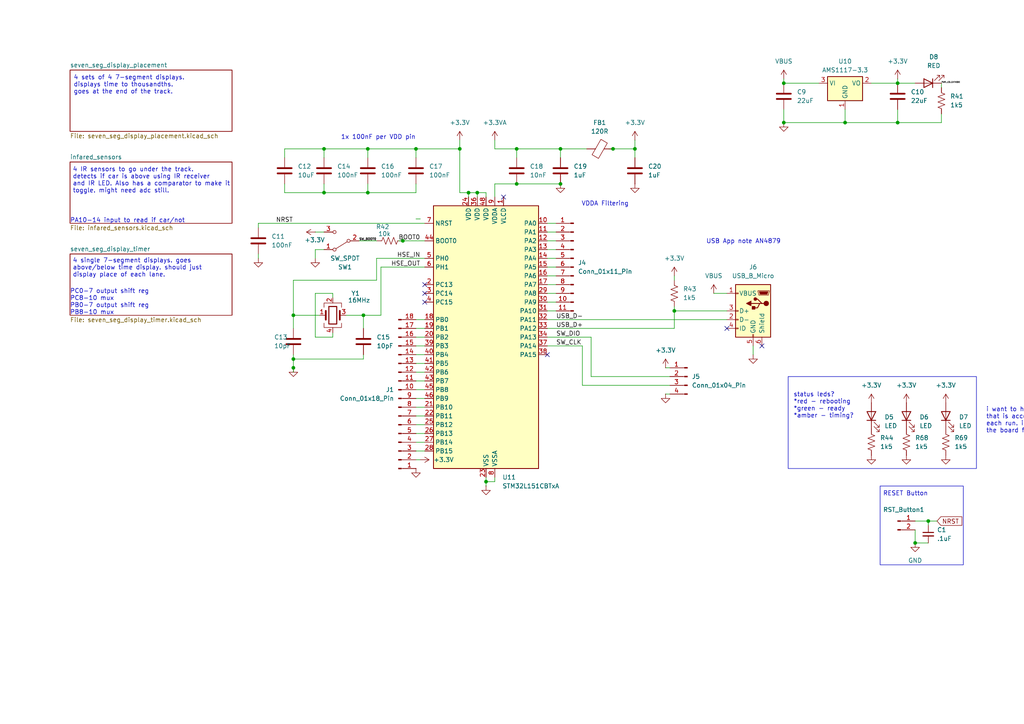
<source format=kicad_sch>
(kicad_sch (version 20231120) (generator "eeschema") (generator_version "8.0")
  (paper "A4")
  (lib_symbols
    (symbol "Connector:Conn_01x02_Pin" (pin_names (offset 1.016) hide)
      (property "Reference" "J" (at 0 2.54 0))
      (property "Value" "Conn_01x02_Pin" (at 0 -5.08 0))
      (symbol "Conn_01x02_Pin_1_1"
        (pin passive line (at 5.08 0 180) (length 3.81) (name "Pin_1") (number "1"))
        (pin passive line (at 5.08 -2.54 180) (length 3.81) (name "Pin_2") (number "2"))
      )
    )
    (symbol "Connector:Conn_01x04_Pin" (pin_names (offset 1.016) hide)
      (property "Reference" "J" (at 0 5.08 0))
      (property "Value" "Conn_01x04_Pin" (at 0 -7.62 0))
      (symbol "Conn_01x04_Pin_1_1"
        (pin passive line (at 5.08 2.54 180) (length 3.81) (name "Pin_1") (number "1"))
        (pin passive line (at 5.08 0 180) (length 3.81) (name "Pin_2") (number "2"))
        (pin passive line (at 5.08 -2.54 180) (length 3.81) (name "Pin_3") (number "3"))
        (pin passive line (at 5.08 -5.08 180) (length 3.81) (name "Pin_4") (number "4"))
      )
    )
    (symbol "Connector:Conn_01x11_Pin" (pin_names (offset 1.016) hide)
      (property "Reference" "J" (at 0 15.24 0))
      (property "Value" "Conn_01x11_Pin" (at 0 -15.24 0))
      (symbol "Conn_01x11_Pin_1_1"
        (pin passive line (at 5.08 12.7 180) (length 3.81) (name "Pin_1") (number "1"))
        (pin passive line (at 5.08 -10.16 180) (length 3.81) (name "Pin_10") (number "10"))
        (pin passive line (at 5.08 -12.7 180) (length 3.81) (name "Pin_11") (number "11"))
        (pin passive line (at 5.08 10.16 180) (length 3.81) (name "Pin_2") (number "2"))
        (pin passive line (at 5.08 7.62 180) (length 3.81) (name "Pin_3") (number "3"))
        (pin passive line (at 5.08 5.08 180) (length 3.81) (name "Pin_4") (number "4"))
        (pin passive line (at 5.08 2.54 180) (length 3.81) (name "Pin_5") (number "5"))
        (pin passive line (at 5.08 0 180) (length 3.81) (name "Pin_6") (number "6"))
        (pin passive line (at 5.08 -2.54 180) (length 3.81) (name "Pin_7") (number "7"))
        (pin passive line (at 5.08 -5.08 180) (length 3.81) (name "Pin_8") (number "8"))
        (pin passive line (at 5.08 -7.62 180) (length 3.81) (name "Pin_9") (number "9"))
      )
    )
    (symbol "Connector:Conn_01x18_Pin" (pin_names (offset 1.016) hide)
      (property "Reference" "J" (at 0 22.86 0))
      (property "Value" "Conn_01x18_Pin" (at 0 -25.4 0))
      (symbol "Conn_01x18_Pin_1_1"
        (pin passive line (at 5.08 20.32 180) (length 3.81) (name "Pin_1") (number "1"))
        (pin passive line (at 5.08 -2.54 180) (length 3.81) (name "Pin_10") (number "10"))
        (pin passive line (at 5.08 -5.08 180) (length 3.81) (name "Pin_11") (number "11"))
        (pin passive line (at 5.08 -7.62 180) (length 3.81) (name "Pin_12") (number "12"))
        (pin passive line (at 5.08 -10.16 180) (length 3.81) (name "Pin_13") (number "13"))
        (pin passive line (at 5.08 -12.7 180) (length 3.81) (name "Pin_14") (number "14"))
        (pin passive line (at 5.08 -15.24 180) (length 3.81) (name "Pin_15") (number "15"))
        (pin passive line (at 5.08 -17.78 180) (length 3.81) (name "Pin_16") (number "16"))
        (pin passive line (at 5.08 -20.32 180) (length 3.81) (name "Pin_17") (number "17"))
        (pin passive line (at 5.08 -22.86 180) (length 3.81) (name "Pin_18") (number "18"))
        (pin passive line (at 5.08 17.78 180) (length 3.81) (name "Pin_2") (number "2"))
        (pin passive line (at 5.08 15.24 180) (length 3.81) (name "Pin_3") (number "3"))
        (pin passive line (at 5.08 12.7 180) (length 3.81) (name "Pin_4") (number "4"))
        (pin passive line (at 5.08 10.16 180) (length 3.81) (name "Pin_5") (number "5"))
        (pin passive line (at 5.08 7.62 180) (length 3.81) (name "Pin_6") (number "6"))
        (pin passive line (at 5.08 5.08 180) (length 3.81) (name "Pin_7") (number "7"))
        (pin passive line (at 5.08 2.54 180) (length 3.81) (name "Pin_8") (number "8"))
        (pin passive line (at 5.08 0 180) (length 3.81) (name "Pin_9") (number "9"))
      )
    )
    (symbol "Connector:USB_B_Micro" (pin_names (offset 1.016))
      (property "Reference" "J" (at -5.08 11.43 0))
      (property "Value" "USB_B_Micro" (at -5.08 8.89 0))
      (symbol "USB_B_Micro_1_1"
        (pin power_out line (at 7.62 5.08 180) (length 2.54) (name "VBUS") (number "1"))
        (pin bidirectional line (at 7.62 -2.54 180) (length 2.54) (name "D-") (number "2"))
        (pin bidirectional line (at 7.62 0 180) (length 2.54) (name "D+") (number "3"))
        (pin passive line (at 7.62 -5.08 180) (length 2.54) (name "ID") (number "4"))
        (pin power_out line (at 0 -10.16 90) (length 2.54) (name "GND") (number "5"))
        (pin passive line (at -2.54 -10.16 90) (length 2.54) (name "Shield") (number "6"))
      )
    )
    (symbol "Device:C" (pin_numbers hide) (pin_names (offset 0.254))
      (property "Reference" "C" (at 0.635 2.54 0))
      (property "Value" "C" (at 0.635 -2.54 0))
      (symbol "C_1_1"
        (pin passive line (at 0 3.81 270) (length 2.794) (name "~") (number "1"))
        (pin passive line (at 0 -3.81 90) (length 2.794) (name "~") (number "2"))
      )
    )
    (symbol "Device:C_Small" (pin_numbers hide) (pin_names (offset 0.254) hide)
      (property "Reference" "C" (at 0.254 1.778 0))
      (property "Value" "C_Small" (at 0.254 -2.032 0))
      (symbol "C_Small_1_1"
        (pin passive line (at 0 2.54 270) (length 2.032) (name "~") (number "1"))
        (pin passive line (at 0 -2.54 90) (length 2.032) (name "~") (number "2"))
      )
    )
    (symbol "Device:Crystal_GND24" (pin_names (offset 1.016) hide)
      (property "Reference" "Y" (at 3.175 5.08 0))
      (property "Value" "Crystal_GND24" (at 3.175 3.175 0))
      (symbol "Crystal_GND24_1_1"
        (pin passive line (at -3.81 0 0) (length 1.27) (name "1") (number "1"))
        (pin passive line (at 0 5.08 270) (length 1.27) (name "2") (number "2"))
        (pin passive line (at 3.81 0 180) (length 1.27) (name "3") (number "3"))
        (pin passive line (at 0 -5.08 90) (length 1.27) (name "4") (number "4"))
      )
    )
    (symbol "Device:FerriteBead" (pin_numbers hide) (pin_names (offset 0))
      (property "Reference" "FB" (at -3.81 0.635 90))
      (property "Value" "FerriteBead" (at 3.81 0 90))
      (symbol "FerriteBead_1_1"
        (pin passive line (at 0 3.81 270) (length 2.54) (name "~") (number "1"))
        (pin passive line (at 0 -3.81 90) (length 2.54) (name "~") (number "2"))
      )
    )
    (symbol "Device:LED" (pin_numbers hide) (pin_names (offset 1.016) hide)
      (property "Reference" "D" (at 0 2.54 0))
      (property "Value" "LED" (at 0 -2.54 0))
      (symbol "LED_1_1"
        (pin passive line (at -3.81 0 0) (length 2.54) (name "K") (number "1"))
        (pin passive line (at 3.81 0 180) (length 2.54) (name "A") (number "2"))
      )
    )
    (symbol "Device:R_US" (pin_numbers hide) (pin_names (offset 0))
      (property "Reference" "R" (at 2.54 0 90))
      (property "Value" "R_US" (at -2.54 0 90))
      (symbol "R_US_1_1"
        (pin passive line (at 0 3.81 270) (length 1.27) (name "~") (number "1"))
        (pin passive line (at 0 -3.81 90) (length 1.27) (name "~") (number "2"))
      )
    )
    (symbol "MCU_ST_STM32L1:STM32L151CBTxA"
      (property "Reference" "U" (at -15.24 39.37 0))
      (property "Value" "STM32L151CBTxA" (at 7.62 39.37 0))
      (symbol "STM32L151CBTxA_1_1"
        (pin power_in line (at 5.08 40.64 270) (length 2.54) (name "VLCD") (number "1"))
        (pin bidirectional line (at 17.78 33.02 180) (length 2.54) (name "PA0") (number "10"))
        (pin bidirectional line (at 17.78 30.48 180) (length 2.54) (name "PA1") (number "11"))
        (pin bidirectional line (at 17.78 27.94 180) (length 2.54) (name "PA2") (number "12"))
        (pin bidirectional line (at 17.78 25.4 180) (length 2.54) (name "PA3") (number "13"))
        (pin bidirectional line (at 17.78 22.86 180) (length 2.54) (name "PA4") (number "14"))
        (pin bidirectional line (at 17.78 20.32 180) (length 2.54) (name "PA5") (number "15"))
        (pin bidirectional line (at 17.78 17.78 180) (length 2.54) (name "PA6") (number "16"))
        (pin bidirectional line (at 17.78 15.24 180) (length 2.54) (name "PA7") (number "17"))
        (pin bidirectional line (at -17.78 5.08 0) (length 2.54) (name "PB0") (number "18"))
        (pin bidirectional line (at -17.78 2.54 0) (length 2.54) (name "PB1") (number "19"))
        (pin bidirectional line (at -17.78 15.24 0) (length 2.54) (name "PC13") (number "2"))
        (pin bidirectional line (at -17.78 0 0) (length 2.54) (name "PB2") (number "20"))
        (pin bidirectional line (at -17.78 -20.32 0) (length 2.54) (name "PB10") (number "21"))
        (pin bidirectional line (at -17.78 -22.86 0) (length 2.54) (name "PB11") (number "22"))
        (pin power_in line (at 0 -40.64 90) (length 2.54) (name "VSS") (number "23"))
        (pin power_in line (at -5.08 40.64 270) (length 2.54) (name "VDD") (number "24"))
        (pin bidirectional line (at -17.78 -25.4 0) (length 2.54) (name "PB12") (number "25"))
        (pin bidirectional line (at -17.78 -27.94 0) (length 2.54) (name "PB13") (number "26"))
        (pin bidirectional line (at -17.78 -30.48 0) (length 2.54) (name "PB14") (number "27"))
        (pin bidirectional line (at -17.78 -33.02 0) (length 2.54) (name "PB15") (number "28"))
        (pin bidirectional line (at 17.78 12.7 180) (length 2.54) (name "PA8") (number "29"))
        (pin bidirectional line (at -17.78 12.7 0) (length 2.54) (name "PC14") (number "3"))
        (pin bidirectional line (at 17.78 10.16 180) (length 2.54) (name "PA9") (number "30"))
        (pin bidirectional line (at 17.78 7.62 180) (length 2.54) (name "PA10") (number "31"))
        (pin bidirectional line (at 17.78 5.08 180) (length 2.54) (name "PA11") (number "32"))
        (pin bidirectional line (at 17.78 2.54 180) (length 2.54) (name "PA12") (number "33"))
        (pin bidirectional line (at 17.78 0 180) (length 2.54) (name "PA13") (number "34"))
        (pin passive line (at 0 -40.64 90) (length 2.54) hide (name "VSS") (number "35"))
        (pin power_in line (at -2.54 40.64 270) (length 2.54) (name "VDD") (number "36"))
        (pin bidirectional line (at 17.78 -2.54 180) (length 2.54) (name "PA14") (number "37"))
        (pin bidirectional line (at 17.78 -5.08 180) (length 2.54) (name "PA15") (number "38"))
        (pin bidirectional line (at -17.78 -2.54 0) (length 2.54) (name "PB3") (number "39"))
        (pin bidirectional line (at -17.78 10.16 0) (length 2.54) (name "PC15") (number "4"))
        (pin bidirectional line (at -17.78 -5.08 0) (length 2.54) (name "PB4") (number "40"))
        (pin bidirectional line (at -17.78 -7.62 0) (length 2.54) (name "PB5") (number "41"))
        (pin bidirectional line (at -17.78 -10.16 0) (length 2.54) (name "PB6") (number "42"))
        (pin bidirectional line (at -17.78 -12.7 0) (length 2.54) (name "PB7") (number "43"))
        (pin input line (at -17.78 27.94 0) (length 2.54) (name "BOOT0") (number "44"))
        (pin bidirectional line (at -17.78 -15.24 0) (length 2.54) (name "PB8") (number "45"))
        (pin bidirectional line (at -17.78 -17.78 0) (length 2.54) (name "PB9") (number "46"))
        (pin passive line (at 0 -40.64 90) (length 2.54) hide (name "VSS") (number "47"))
        (pin power_in line (at 0 40.64 270) (length 2.54) (name "VDD") (number "48"))
        (pin bidirectional line (at -17.78 22.86 0) (length 2.54) (name "PH0") (number "5"))
        (pin bidirectional line (at -17.78 20.32 0) (length 2.54) (name "PH1") (number "6"))
        (pin input line (at -17.78 33.02 0) (length 2.54) (name "NRST") (number "7"))
        (pin power_in line (at 2.54 -40.64 90) (length 2.54) (name "VSSA") (number "8"))
        (pin power_in line (at 2.54 40.64 270) (length 2.54) (name "VDDA") (number "9"))
      )
    )
    (symbol "Regulator_Linear:AMS1117-3.3"
      (property "Reference" "U" (at -3.81 3.175 0))
      (property "Value" "AMS1117-3.3" (at 0 3.175 0))
      (symbol "AMS1117-3.3_1_1"
        (pin power_in line (at 0 -7.62 90) (length 2.54) (name "GND") (number "1"))
        (pin power_out line (at 7.62 0 180) (length 2.54) (name "VO") (number "2"))
        (pin power_in line (at -7.62 0 0) (length 2.54) (name "VI") (number "3"))
      )
    )
    (symbol "Switch:SW_SPDT" (pin_names (offset 0) hide)
      (property "Reference" "SW1" (at 0 8.89 0))
      (property "Value" "SW_SPDT" (at 0 6.35 0))
      (symbol "SW_SPDT_1_1"
        (pin passive line (at 5.08 2.54 180) (length 2.54) (name "A") (number "1"))
        (pin passive line (at -5.08 0 0) (length 2.54) (name "B") (number "2"))
        (pin passive line (at 5.08 -2.54 180) (length 2.54) (name "C") (number "3"))
      )
    )
    (symbol "power:+3.3V" (power) (pin_numbers hide) (pin_names (offset 0) hide)
      (property "Value" "+3.3V" (at 0 3.556 0))
      (symbol "+3.3V_1_1"
        (pin power_in line (at 0 0 90) (length 0) (name "~") (number "1"))
      )
    )
    (symbol "power:+3.3VA" (power) (pin_numbers hide) (pin_names (offset 0) hide)
      (property "Value" "+3.3VA" (at 0 3.556 0))
      (symbol "+3.3VA_1_1"
        (pin power_in line (at 0 0 90) (length 0) (name "~") (number "1"))
      )
    )
    (symbol "power:GND" (power) (pin_numbers hide) (pin_names (offset 0) hide)
      (property "Value" "GND" (at 0 -3.81 0))
      (symbol "GND_1_1"
        (pin power_in line (at 0 0 270) (length 0) (name "~") (number "1"))
      )
    )
  )
  (junction (at 116.84 69.85))
  (junction (at 149.86 43.18))
  (junction (at 120.65 43.18))
  (junction (at 93.98 43.18))
  (junction (at 184.15 43.18))
  (junction (at 227.33 35.56))
  (junction (at 177.8 43.18))
  (junction (at 149.86 53.34))
  (junction (at 245.11 35.56))
  (junction (at 133.35 43.18))
  (junction (at 93.98 55.88))
  (junction (at 105.41 91.44))
  (junction (at 85.09 104.14))
  (junction (at 135.89 55.88))
  (junction (at 138.43 55.88))
  (junction (at 269.24 151.13))
  (junction (at 162.56 43.18))
  (junction (at 227.33 24.13))
  (junction (at 140.97 139.7))
  (junction (at 106.68 55.88))
  (junction (at 85.09 106.68))
  (junction (at 265.43 157.48))
  (junction (at 106.68 43.18))
  (junction (at 85.09 91.44))
  (junction (at 260.35 35.56))
  (junction (at 162.56 53.34))
  (junction (at 195.58 90.17))
  (junction (at 260.35 24.13))
  (no_connect (at 123.19 85.09))
  (no_connect (at 210.82 95.25))
  (no_connect (at 123.19 82.55))
  (no_connect (at 123.19 87.63))
  (no_connect (at 158.75 102.87))
  (no_connect (at 146.05 57.15))
  (no_connect (at 220.98 100.33))
  (wire (pts (xy 162.56 45.72) (xy 162.56 43.18)))
  (wire (pts (xy 193.04 106.68) (xy 194.31 106.68)))
  (wire (pts (xy 227.33 31.75) (xy 227.33 35.56)))
  (wire (pts (xy 120.65 110.49) (xy 123.19 110.49)))
  (wire (pts (xy 120.65 107.95) (xy 123.19 107.95)))
  (wire (pts (xy 120.65 113.03) (xy 123.19 113.03)))
  (wire (pts (xy 120.65 128.27) (xy 123.19 128.27)))
  (wire (pts (xy 106.68 55.88) (xy 93.98 55.88)))
  (wire (pts (xy 414.02 -115.57) (xy 414.02 -114.3)))
  (wire (pts (xy 74.93 64.77) (xy 74.93 66.04)))
  (wire (pts (xy 85.09 104.14) (xy 85.09 106.68)))
  (polyline (pts (xy 440.69 -44.45) (xy 449.58 -44.45)) (stroke (width 0.1778) (type dash)))
  (wire (pts (xy 436.88 -101.6) (xy 443.23 -101.6)))
  (wire (pts (xy 158.75 100.33) (xy 168.91 100.33)))
  (wire (pts (xy 149.86 53.34) (xy 162.56 53.34)))
  (wire (pts (xy 436.88 -83.82) (xy 443.23 -83.82)))
  (wire (pts (xy 140.97 139.7) (xy 143.51 139.7)))
  (wire (pts (xy 441.96 -60.96) (xy 436.88 -60.96)))
  (wire (pts (xy 227.33 22.86) (xy 227.33 24.13)))
  (wire (pts (xy 158.75 95.25) (xy 195.58 95.25)))
  (wire (pts (xy 120.65 125.73) (xy 123.19 125.73)))
  (wire (pts (xy 397.51 -73.66) (xy 401.32 -73.66)))
  (wire (pts (xy 193.04 114.3) (xy 194.31 114.3)))
  (wire (pts (xy 168.91 111.76) (xy 168.91 100.33)))
  (wire (pts (xy 85.09 102.87) (xy 85.09 104.14)))
  (wire (pts (xy 109.22 81.28) (xy 109.22 74.93)))
  (wire (pts (xy 436.88 -76.2) (xy 441.96 -76.2)))
  (wire (pts (xy 120.65 43.18) (xy 120.65 45.72)))
  (wire (pts (xy 162.56 43.18) (xy 149.86 43.18)))
  (wire (pts (xy 123.19 64.77) (xy 74.93 64.77)))
  (wire (pts (xy 120.65 43.18) (xy 133.35 43.18)))
  (wire (pts (xy 82.55 43.18) (xy 93.98 43.18)))
  (wire (pts (xy 397.51 -68.58) (xy 401.32 -68.58)))
  (wire (pts (xy 161.29 87.63) (xy 158.75 87.63)))
  (wire (pts (xy 245.11 31.75) (xy 245.11 35.56)))
  (wire (pts (xy 398.78 -55.88) (xy 401.32 -55.88)))
  (wire (pts (xy 207.01 85.09) (xy 210.82 85.09)))
  (wire (pts (xy 91.44 85.09) (xy 96.52 85.09)))
  (wire (pts (xy 171.45 109.22) (xy 171.45 97.79)))
  (wire (pts (xy 436.88 -73.66) (xy 441.96 -73.66)))
  (wire (pts (xy 436.88 -81.28) (xy 443.23 -81.28)))
  (wire (pts (xy 269.24 152.4) (xy 269.24 151.13)))
  (wire (pts (xy 441.96 -45.72) (xy 436.88 -45.72)))
  (wire (pts (xy 93.98 43.18) (xy 106.68 43.18)))
  (wire (pts (xy 120.65 102.87) (xy 123.19 102.87)))
  (wire (pts (xy 227.33 35.56) (xy 245.11 35.56)))
  (wire (pts (xy 441.96 -50.8) (xy 436.88 -50.8)))
  (wire (pts (xy 218.44 102.87) (xy 218.44 100.33)))
  (wire (pts (xy 96.52 85.09) (xy 96.52 86.36)))
  (wire (pts (xy 162.56 43.18) (xy 170.18 43.18)))
  (wire (pts (xy 138.43 55.88) (xy 138.43 57.15)))
  (wire (pts (xy 116.84 69.85) (xy 123.19 69.85)))
  (wire (pts (xy 140.97 138.43) (xy 140.97 139.7)))
  (wire (pts (xy 436.88 -78.74) (xy 441.96 -78.74)))
  (wire (pts (xy 441.96 -43.18) (xy 436.88 -43.18)))
  (wire (pts (xy 96.52 96.52) (xy 96.52 97.79)))
  (wire (pts (xy 194.31 111.76) (xy 168.91 111.76)))
  (wire (pts (xy 441.96 -40.64) (xy 436.88 -40.64)))
  (wire (pts (xy 143.51 139.7) (xy 143.51 138.43)))
  (wire (pts (xy 161.29 64.77) (xy 158.75 64.77)))
  (wire (pts (xy 149.86 43.18) (xy 143.51 43.18)))
  (wire (pts (xy 120.65 115.57) (xy 123.19 115.57)))
  (wire (pts (xy 260.35 35.56) (xy 273.05 35.56)))
  (wire (pts (xy 120.65 97.79) (xy 123.19 97.79)))
  (wire (pts (xy 436.88 -86.36) (xy 443.23 -86.36)))
  (wire (pts (xy 184.15 40.64) (xy 184.15 43.18)))
  (wire (pts (xy 265.43 157.48) (xy 265.43 153.67)))
  (wire (pts (xy 161.29 82.55) (xy 158.75 82.55)))
  (wire (pts (xy 91.44 97.79) (xy 91.44 85.09)))
  (wire (pts (xy 85.09 91.44) (xy 85.09 81.28)))
  (wire (pts (xy 269.24 157.48) (xy 265.43 157.48)))
  (wire (pts (xy 120.65 95.25) (xy 123.19 95.25)))
  (wire (pts (xy 397.51 -60.96) (xy 401.32 -60.96)))
  (wire (pts (xy 441.96 -58.42) (xy 436.88 -58.42)))
  (wire (pts (xy 106.68 43.18) (xy 106.68 45.72)))
  (wire (pts (xy 161.29 67.31) (xy 158.75 67.31)))
  (wire (pts (xy 161.29 74.93) (xy 158.75 74.93)))
  (wire (pts (xy 436.88 -93.98) (xy 443.23 -93.98)))
  (wire (pts (xy 105.41 91.44) (xy 105.41 95.25)))
  (wire (pts (xy 91.44 67.31) (xy 93.98 67.31)))
  (wire (pts (xy 135.89 55.88) (xy 135.89 57.15)))
  (wire (pts (xy 82.55 45.72) (xy 82.55 43.18)))
  (wire (pts (xy 120.65 130.81) (xy 123.19 130.81)))
  (wire (pts (xy 133.35 43.18) (xy 133.35 55.88)))
  (wire (pts (xy 85.09 106.68) (xy 85.09 107.95)))
  (wire (pts (xy 120.65 100.33) (xy 123.19 100.33)))
  (wire (pts (xy 135.89 55.88) (xy 133.35 55.88)))
  (wire (pts (xy 398.78 -91.44) (xy 401.32 -91.44)))
  (wire (pts (xy 140.97 55.88) (xy 140.97 57.15)))
  (wire (pts (xy 161.29 85.09) (xy 158.75 85.09)))
  (wire (pts (xy 161.29 90.17) (xy 158.75 90.17)))
  (wire (pts (xy 161.29 72.39) (xy 158.75 72.39)))
  (wire (pts (xy 120.65 63.5) (xy 121.92 63.5)))
  (wire (pts (xy 120.65 55.88) (xy 106.68 55.88)))
  (polyline (pts (xy 389.89 -67.31) (xy 398.78 -67.31)) (stroke (width 0.1778) (type dash)))
  (wire (pts (xy 140.97 55.88) (xy 138.43 55.88)))
  (wire (pts (xy 177.8 43.18) (xy 184.15 43.18)))
  (wire (pts (xy 184.15 43.18) (xy 184.15 45.72)))
  (wire (pts (xy 436.88 -96.52) (xy 443.23 -96.52)))
  (wire (pts (xy 106.68 43.18) (xy 120.65 43.18)))
  (wire (pts (xy 158.75 92.71) (xy 210.82 92.71)))
  (wire (pts (xy 138.43 55.88) (xy 135.89 55.88)))
  (wire (pts (xy 106.68 53.34) (xy 106.68 55.88)))
  (wire (pts (xy 120.65 105.41) (xy 123.19 105.41)))
  (wire (pts (xy 227.33 24.13) (xy 237.49 24.13)))
  (wire (pts (xy 397.51 -66.04) (xy 401.32 -66.04)))
  (wire (pts (xy 82.55 55.88) (xy 93.98 55.88)))
  (wire (pts (xy 120.65 53.34) (xy 120.65 55.88)))
  (wire (pts (xy 260.35 22.86) (xy 260.35 24.13)))
  (wire (pts (xy 105.41 102.87) (xy 105.41 104.14)))
  (wire (pts (xy 161.29 80.01) (xy 158.75 80.01)))
  (wire (pts (xy 195.58 80.01) (xy 195.58 81.28)))
  (wire (pts (xy 110.49 77.47) (xy 123.19 77.47)))
  (wire (pts (xy 397.51 -76.2) (xy 401.32 -76.2)))
  (wire (pts (xy 273.05 25.4) (xy 273.05 24.13)))
  (wire (pts (xy 273.05 33.02) (xy 273.05 35.56)))
  (wire (pts (xy 120.65 118.11) (xy 123.19 118.11)))
  (wire (pts (xy 397.51 -83.82) (xy 401.32 -83.82)))
  (wire (pts (xy 436.88 -104.14) (xy 443.23 -104.14)))
  (wire (pts (xy 252.73 24.13) (xy 260.35 24.13)))
  (wire (pts (xy 210.82 90.17) (xy 195.58 90.17)))
  (wire (pts (xy 133.35 40.64) (xy 133.35 43.18)))
  (wire (pts (xy 85.09 91.44) (xy 92.71 91.44)))
  (wire (pts (xy 436.88 -106.68) (xy 443.23 -106.68)))
  (wire (pts (xy 91.44 74.93) (xy 91.44 72.39)))
  (wire (pts (xy 161.29 69.85) (xy 158.75 69.85)))
  (wire (pts (xy 176.53 43.18) (xy 177.8 43.18)))
  (wire (pts (xy 161.29 77.47) (xy 158.75 77.47)))
  (wire (pts (xy 120.65 123.19) (xy 123.19 123.19)))
  (wire (pts (xy 91.44 72.39) (xy 93.98 72.39)))
  (wire (pts (xy 120.65 92.71) (xy 123.19 92.71)))
  (wire (pts (xy 194.31 109.22) (xy 171.45 109.22)))
  (wire (pts (xy 441.96 -53.34) (xy 436.88 -53.34)))
  (wire (pts (xy 82.55 55.88) (xy 82.55 53.34)))
  (wire (pts (xy 93.98 53.34) (xy 93.98 55.88)))
  (wire (pts (xy 441.96 -63.5) (xy 436.88 -63.5)))
  (wire (pts (xy 245.11 35.56) (xy 260.35 35.56)))
  (wire (pts (xy 85.09 81.28) (xy 109.22 81.28)))
  (wire (pts (xy 158.75 97.79) (xy 171.45 97.79)))
  (wire (pts (xy 109.22 74.93) (xy 123.19 74.93)))
  (wire (pts (xy 397.51 -71.12) (xy 401.32 -71.12)))
  (wire (pts (xy 115.57 69.85) (xy 116.84 69.85)))
  (wire (pts (xy 104.14 69.85) (xy 109.22 69.85)))
  (wire (pts (xy 441.96 -48.26) (xy 436.88 -48.26)))
  (wire (pts (xy 195.58 88.9) (xy 195.58 90.17)))
  (wire (pts (xy 85.09 95.25) (xy 85.09 91.44)))
  (wire (pts (xy 397.51 -78.74) (xy 401.32 -78.74)))
  (wire (pts (xy 120.65 120.65) (xy 123.19 120.65)))
  (wire (pts (xy 143.51 43.18) (xy 143.51 40.64)))
  (wire (pts (xy 120.65 133.35) (xy 121.92 133.35)))
  (wire (pts (xy 441.96 -55.88) (xy 436.88 -55.88)))
  (wire (pts (xy 441.96 -38.1) (xy 436.88 -38.1)))
  (wire (pts (xy 436.88 -71.12) (xy 441.96 -71.12)))
  (wire (pts (xy 105.41 104.14) (xy 85.09 104.14)))
  (wire (pts (xy 397.51 -81.28) (xy 401.32 -81.28)))
  (wire (pts (xy 143.51 57.15) (xy 143.51 53.34)))
  (wire (pts (xy 269.24 151.13) (xy 265.43 151.13)))
  (wire (pts (xy 140.97 139.7) (xy 140.97 140.97)))
  (wire (pts (xy 143.51 53.34) (xy 149.86 53.34)))
  (wire (pts (xy 397.51 -63.5) (xy 401.32 -63.5)))
  (wire (pts (xy 110.49 77.47) (xy 110.49 91.44)))
  (wire (pts (xy 149.86 43.18) (xy 149.86 45.72)))
  (wire (pts (xy 74.93 74.93) (xy 74.93 73.66)))
  (wire (pts (xy 105.41 91.44) (xy 110.49 91.44)))
  (wire (pts (xy 100.33 91.44) (xy 105.41 91.44)))
  (wire (pts (xy 96.52 97.79) (xy 91.44 97.79)))
  (wire (pts (xy 195.58 90.17) (xy 195.58 95.25)))
  (wire (pts (xy 436.88 -88.9) (xy 443.23 -88.9)))
  (wire (pts (xy 436.88 -91.44) (xy 443.23 -91.44)))
  (wire (pts (xy 269.24 151.13) (xy 271.78 151.13)))
  (wire (pts (xy 397.51 -86.36) (xy 401.32 -86.36)))
  (wire (pts (xy 260.35 24.13) (xy 265.43 24.13)))
  (wire (pts (xy 93.98 43.18) (xy 93.98 45.72)))
  (wire (pts (xy 436.88 -99.06) (xy 443.23 -99.06)))
  (wire (pts (xy 260.35 35.56) (xy 260.35 31.75)))
  (rectangle (start 228.6 109.22) (end 283.21 135.89))
  (rectangle (start 389.89 -87.63) (end 398.78 -59.69) (stroke (width 0.254) (type dash)))
  (rectangle (start 440.69 -64.77) (end 449.58 -36.83) (stroke (width 0.254) (type dash)))
  (rectangle (start 440.69 -80.01) (end 452.12 -69.85) (stroke (width 0.254)))
  (rectangle (start 255.27 140.97) (end 279.4 163.83))
  (rectangle (start 440.69 -107.95) (end 452.12 -80.01) (stroke (width 0.254)))
  (text "4 single 7-segment displays. goes \nabove/below time display. should just \ndisplay place of each lane." (at 21.082 77.724 0) (effects (font (size 1.27 1.27)) (justify left)))
  (text "SHIFT REG" (at 451.358 -53.594 90) (effects (font (size 1.27 1.27))))
  (text "TIME DISPLAY LANES 1-2" (at 454.406 -51.308 90) (effects (font (size 1.27 1.27))))
  (text "(OUTPUT)\n" (at 455.93 -93.98 90) (effects (font (size 1.27 1.27))))
  (text "4 sets of 4 7-segment displays. \ndisplays time to thousandths. \ngoes at the end of the track." (at 21.336 24.638 0) (effects (font (size 1.27 1.27)) (justify left)))
  (text "4 IR sensors to go under the track. \ndetects if car is above using IR receiver \nand IR LED. Also has a comparator to make it \ntoggle. might need adc still." (at 21.082 52.324 0) (effects (font (size 1.27 1.27)) (justify left)))
  (text "(INPUT)\n" (at 455.168 -75.184 90) (effects (font (size 1.27 1.27))))
  (text "PC0-7 output shift reg\nPC8-10 mux\nPB0-7 output shift reg\nPB8-10 mux\n" (at 20.32 91.44 0) (effects (font (size 1.27 1.27)) (justify left bottom)))
  (text "1x 100nF per VDD pin" (at 109.728 39.878 0) (effects (font (size 1.27 1.27))))
  (text "MUX" (at 451.358 -40.386 90) (effects (font (size 1.27 1.27))))
  (text "TIME DISPLAY LANES 3-4" (at 385.572 -73.66 90) (effects (font (size 1.27 1.27))))
  (text "LANE PLACEMENT" (at 453.39 -93.726 90) (effects (font (size 1.27 1.27))))
  (text "USB App note AN4879\n" (at 215.646 70.104 0) (effects (font (size 1.27 1.27))))
  (text "VDDA Filtering" (at 175.514 59.182 0) (effects (font (size 1.27 1.27))))
  (text "SENSORS" (at 453.39 -70.358 90) (effects (font (size 1.27 1.27)) (justify left)))
  (text "status leds?\n*red - rebooting\n*green - ready\n*amber - timing?" (at 230.124 113.792 0) (effects (font (size 1.27 1.27)) (justify left top)))
  (text "i want to have a large reset button\nthat is accessible to reset the track\neach run. i also want to have one on\nthe board for funzies" (at 286.004 118.11 0) (effects (font (size 1.27 1.27)) (justify left top)))
  (text "(OUTPUT)\n" (at 456.946 -51.054 90) (effects (font (size 1.27 1.27))))
  (text "PA10-14 input to read if car/not" (at 20.32 64.77 0) (effects (font (size 1.27 1.27)) (justify left bottom)))
  (text "MUX" (at 388.112 -63.5 90) (effects (font (size 1.27 1.27))))
  (text "RESET Button" (at 262.636 143.256 0) (effects (font (size 1.27 1.27))))
  (text "(OUTPUT)\n" (at 383.286 -73.406 90) (effects (font (size 1.27 1.27))))
  (text "SHIFT REG" (at 388.366 -76.2 90) (effects (font (size 1.27 1.27))))
  (label "SW_DIO" (at 161.29 97.79 0))
  (label "NRST" (at 80.01 64.77 0))
  (label "SW_CLK" (at 161.29 100.33 0))
  (label "USB_D-" (at 161.29 92.71 0))
  (label "PWR_LED_CATHODE" (at 273.05 24.13 0) (effects (font (size 0.381 0.381))))
  (label "BOOT0" (at 115.57 69.85 0))
  (label "SW_BOOT0" (at 104.14 69.85 0) (effects (font (size 0.635 0.635))))
  (label "HSE_IN" (at 121.92 74.93 180))
  (label "HSE_OUT" (at 121.92 77.47 180))
  (label "USB_D+" (at 161.29 95.25 0))
  (global_label "VDDA" (shape input) (at 424.18 -114.3 90) (property "Intersheetrefs" "${INTERSHEET_REFS}" (effects (hide yes))))
  (global_label "PA2" (shape input) (at 443.23 -101.6 0) (property "Intersheetrefs" "${INTERSHEET_REFS}" (effects (hide yes))))
  (global_label "PA4" (shape input) (at 443.23 -96.52 0) (property "Intersheetrefs" "${INTERSHEET_REFS}" (effects (hide yes))))
  (global_label "NRST" (shape input) (at 271.78 151.13 0) (property "Intersheetrefs" "${INTERSHEET_REFS}" (effects (hide yes))))
  (global_label "PB5" (shape input) (at 441.96 -50.8 0) (property "Intersheetrefs" "${INTERSHEET_REFS}" (effects (hide yes))))
  (global_label "PA3" (shape input) (at 443.23 -99.06 0) (property "Intersheetrefs" "${INTERSHEET_REFS}" (effects (hide yes))))
  (global_label "PC12 PROGRAMMER" (shape input) (at 398.78 -55.88 180) (property "Intersheetrefs" "${INTERSHEET_REFS}" (effects (hide yes))))
  (global_label "PA7" (shape input) (at 443.23 -88.9 0) (property "Intersheetrefs" "${INTERSHEET_REFS}" (effects (hide yes))))
  (global_label "PC5" (shape input) (at 397.51 -73.66 180) (property "Intersheetrefs" "${INTERSHEET_REFS}" (effects (hide yes))))
  (global_label "PB6" (shape input) (at 441.96 -48.26 0) (property "Intersheetrefs" "${INTERSHEET_REFS}" (effects (hide yes))))
  (global_label "V_OUT2" (shape input) (at 441.96 -76.2 0) (property "Intersheetrefs" "${INTERSHEET_REFS}" (effects (hide yes))))
  (global_label "VSS" (shape input) (at 419.1 -17.78 270) (property "Intersheetrefs" "${INTERSHEET_REFS}" (effects (hide yes))))
  (global_label "PB7" (shape input) (at 441.96 -45.72 0) (property "Intersheetrefs" "${INTERSHEET_REFS}" (effects (hide yes))))
  (global_label "PB2" (shape input) (at 441.96 -58.42 0) (property "Intersheetrefs" "${INTERSHEET_REFS}" (effects (hide yes))))
  (global_label "PC2" (shape input) (at 397.51 -81.28 180) (property "Intersheetrefs" "${INTERSHEET_REFS}" (effects (hide yes))))
  (global_label "PC1" (shape input) (at 397.51 -83.82 180) (property "Intersheetrefs" "${INTERSHEET_REFS}" (effects (hide yes))))
  (global_label "PC9" (shape input) (at 441.96 -40.64 0) (property "Intersheetrefs" "${INTERSHEET_REFS}" (effects (hide yes))))
  (global_label "PB8" (shape input) (at 397.51 -66.04 180) (property "Intersheetrefs" "${INTERSHEET_REFS}" (effects (hide yes))))
  (global_label "PC3" (shape input) (at 397.51 -78.74 180) (property "Intersheetrefs" "${INTERSHEET_REFS}" (effects (hide yes))))
  (global_label "VDD" (shape input) (at 416.56 -114.3 90) (property "Intersheetrefs" "${INTERSHEET_REFS}" (effects (hide yes))))
  (global_label "VSSA" (shape input) (at 421.64 -17.78 270) (property "Intersheetrefs" "${INTERSHEET_REFS}" (effects (hide yes))))
  (global_label "PA6" (shape input) (at 443.23 -91.44 0) (property "Intersheetrefs" "${INTERSHEET_REFS}" (effects (hide yes))))
  (global_label "PC6" (shape input) (at 397.51 -71.12 180) (property "Intersheetrefs" "${INTERSHEET_REFS}" (effects (hide yes))))
  (global_label "PA0" (shape input) (at 443.23 -106.68 0) (property "Intersheetrefs" "${INTERSHEET_REFS}" (effects (hide yes))))
  (global_label "V_OUT1" (shape input) (at 441.96 -78.74 0) (property "Intersheetrefs" "${INTERSHEET_REFS}" (effects (hide yes))))
  (global_label "PB0" (shape input) (at 441.96 -63.5 0) (property "Intersheetrefs" "${INTERSHEET_REFS}" (effects (hide yes))))
  (global_label "PA1" (shape input) (at 443.23 -104.14 0) (property "Intersheetrefs" "${INTERSHEET_REFS}" (effects (hide yes))))
  (global_label "VDD" (shape input) (at 421.64 -114.3 90) (property "Intersheetrefs" "${INTERSHEET_REFS}" (effects (hide yes))))
  (global_label "PB4" (shape input) (at 441.96 -53.34 0) (property "Intersheetrefs" "${INTERSHEET_REFS}" (effects (hide yes))))
  (global_label "PA10" (shape input) (at 443.23 -81.28 0) (property "Intersheetrefs" "${INTERSHEET_REFS}" (effects (hide yes))))
  (global_label "PC0" (shape input) (at 397.51 -86.36 180) (property "Intersheetrefs" "${INTERSHEET_REFS}" (effects (hide yes))))
  (global_label "NRST" (shape input) (at 401.32 -106.68 180) (property "Intersheetrefs" "${INTERSHEET_REFS}" (effects (hide yes))))
  (global_label "VDD" (shape input) (at 419.1 -114.3 90) (property "Intersheetrefs" "${INTERSHEET_REFS}" (effects (hide yes))))
  (global_label "PC4" (shape input) (at 397.51 -76.2 180) (property "Intersheetrefs" "${INTERSHEET_REFS}" (effects (hide yes))))
  (global_label "PB3" (shape input) (at 441.96 -55.88 0) (property "Intersheetrefs" "${INTERSHEET_REFS}" (effects (hide yes))))
  (global_label "V_OUT3" (shape input) (at 441.96 -73.66 0) (property "Intersheetrefs" "${INTERSHEET_REFS}" (effects (hide yes))))
  (global_label "PC7" (shape input) (at 397.51 -68.58 180) (property "Intersheetrefs" "${INTERSHEET_REFS}" (effects (hide yes))))
  (global_label "PC8" (shape input) (at 441.96 -43.18 0) (property "Intersheetrefs" "${INTERSHEET_REFS}" (effects (hide yes))))
  (global_label "PA5" (shape input) (at 443.23 -93.98 0) (property "Intersheetrefs" "${INTERSHEET_REFS}" (effects (hide yes))))
  (global_label "PB9" (shape input) (at 397.51 -63.5 180) (property "Intersheetrefs" "${INTERSHEET_REFS}" (effects (hide yes))))
  (global_label "PB10" (shape input) (at 397.51 -60.96 180) (property "Intersheetrefs" "${INTERSHEET_REFS}" (effects (hide yes))))
  (global_label "PA9" (shape input) (at 443.23 -83.82 0) (property "Intersheetrefs" "${INTERSHEET_REFS}" (effects (hide yes))))
  (global_label "V_OUT4" (shape input) (at 441.96 -71.12 0) (property "Intersheetrefs" "${INTERSHEET_REFS}" (effects (hide yes))))
  (global_label "PA8" (shape input) (at 443.23 -86.36 0) (property "Intersheetrefs" "${INTERSHEET_REFS}" (effects (hide yes))))
  (global_label "PB1" (shape input) (at 441.96 -60.96 0) (property "Intersheetrefs" "${INTERSHEET_REFS}" (effects (hide yes))))
  (global_label "PC10" (shape input) (at 441.96 -38.1 0) (property "Intersheetrefs" "${INTERSHEET_REFS}" (effects (hide yes))))
  (global_label "PD2 PROGRAMMER" (shape input) (at 398.78 -91.44 180) (property "Intersheetrefs" "${INTERSHEET_REFS}" (effects (hide yes))))
  (symbol (lib_id "power:+3.3V") (at 262.89 116.84 0) (unit 1)
    (property "Reference" "#PWR056" (effects (hide yes)))
    (property "Value" "+3.3V" (at 262.89 111.76 0))
    (property "Description" "Power symbol creates a global label with name \"+3.3V\"" (effects (hide yes)))
  )
  (symbol (lib_id "Device:LED") (at 269.24 24.13 180) (unit 1)
    (property "Reference" "D8" (at 270.8275 16.51 0))
    (property "Value" "RED" (at 270.8275 19.05 0))
    (property "Description" "Light emitting diode" (effects (hide yes)))
  )
  (symbol (lib_id "power:GND") (at 74.93 74.93 0) (unit 1)
    (property "Reference" "#PWR048" (effects (hide yes)))
    (property "Value" "GND" (effects (hide yes)))
    (property "Description" "Power symbol creates a global label with name \"GND\" , ground" (effects (hide yes)))
  )
  (symbol (lib_id "power:+3.3V") (at 414.02 -115.57 0) (unit 1)
    (property "Reference" "#PWR059" (effects (hide yes)))
    (property "Value" "+3.3V" (at 409.956 -117.094 0))
    (property "Description" "Power symbol creates a global label with name \"+3.3V\"" (effects (hide yes)))
  )
  (symbol (lib_id "Device:C") (at 260.35 27.94 0) (unit 1)
    (property "Reference" "C10" (at 264.16 26.6699 0) (effects (justify left)))
    (property "Value" "22uF" (at 264.16 29.2099 0) (effects (justify left)))
    (property "Description" "Unpolarized capacitor" (effects (hide yes)))
  )
  (symbol (lib_id "Device:R_US") (at 113.03 69.85 90) (unit 1)
    (property "Reference" "R42" (at 110.998 65.786 90))
    (property "Value" "10k" (at 111.506 67.818 90))
    (property "Description" "Resistor, US symbol" (effects (hide yes)))
  )
  (symbol (lib_id "Device:C") (at 74.93 69.85 0) (unit 1)
    (property "Reference" "C11" (at 78.74 68.5799 0) (effects (justify left)))
    (property "Value" "100nF" (at 78.74 71.1199 0) (effects (justify left)))
    (property "Description" "Unpolarized capacitor" (effects (hide yes)))
  )
  (symbol (lib_id "Device:C") (at 105.41 99.06 0) (unit 1)
    (property "Reference" "C15" (at 109.22 97.7899 0) (effects (justify left)))
    (property "Value" "10pF" (at 109.22 100.3299 0) (effects (justify left)))
    (property "Description" "Unpolarized capacitor" (effects (hide yes)))
  )
  (symbol (lib_id "power:GND") (at 265.43 157.48 0) (unit 1)
    (property "Reference" "#PWR054" (effects (hide yes)))
    (property "Value" "GND" (at 265.43 162.56 0))
    (property "Description" "Power symbol creates a global label with name \"GND\" , ground" (effects (hide yes)))
  )
  (symbol (lib_id "Regulator_Linear:AMS1117-3.3") (at 245.11 24.13 0) (unit 1)
    (property "Reference" "U10" (at 245.11 17.78 0))
    (property "Value" "AMS1117-3.3" (at 245.11 20.32 0))
    (property "Footprint" "Package_TO_SOT_SMD:SOT-223-3_TabPin2" (effects (hide yes)))
    (property "Datasheet" "http://www.advanced-monolithic.com/pdf/ds1117.pdf" (effects (hide yes)))
    (property "Description" "1A Low Dropout regulator, positive, 3.3V fixed output, SOT-223" (effects (hide yes)))
  )
  (symbol (lib_id "power:GND") (at 274.32 132.08 0) (unit 1)
    (property "Reference" "#PWR090" (effects (hide yes)))
    (property "Value" "GND" (effects (hide yes)))
    (property "Description" "Power symbol creates a global label with name \"GND\" , ground" (effects (hide yes)))
  )
  (symbol (lib_id "power:GND") (at 140.97 140.97 0) (unit 1)
    (property "Reference" "#PWR080" (effects (hide yes)))
    (property "Value" "GND" (effects (hide yes)))
    (property "Description" "Power symbol creates a global label with name \"GND\" , ground" (effects (hide yes)))
  )
  (symbol (lib_id "power:GND") (at 252.73 132.08 0) (unit 1)
    (property "Reference" "#PWR055" (effects (hide yes)))
    (property "Value" "GND" (effects (hide yes)))
    (property "Description" "Power symbol creates a global label with name \"GND\" , ground" (effects (hide yes)))
  )
  (symbol (lib_id "power:+3.3VA") (at 207.01 85.09 0) (unit 1)
    (property "Reference" "#PWR088" (effects (hide yes)))
    (property "Value" "VBUS" (at 207.01 80.01 0))
    (property "Description" "Power symbol creates a global label with name \"+3.3VA\"" (effects (hide yes)))
  )
  (symbol (lib_id "power:GND") (at 193.04 114.3 0) (unit 1)
    (property "Reference" "#PWR086" (effects (hide yes)))
    (property "Value" "GND" (effects (hide yes)))
    (property "Description" "Power symbol creates a global label with name \"GND\" , ground" (effects (hide yes)))
  )
  (symbol (lib_id "Device:C_Small") (at 269.24 154.94 0) (unit 1)
    (property "Reference" "C1" (at 271.78 153.6762 0) (effects (justify left)))
    (property "Value" ".1uF" (at 271.78 156.2162 0) (effects (justify left)))
    (property "Footprint" "Capacitor_SMD:C_0805_2012Metric_Pad1.18x1.45mm_HandSolder" (effects (hide yes)))
    (property "Description" "Unpolarized capacitor, small symbol" (effects (hide yes)))
  )
  (symbol (lib_id "Device:C") (at 106.68 49.53 0) (unit 1)
    (property "Reference" "C16" (at 110.49 48.2599 0) (effects (justify left)))
    (property "Value" "100nF" (at 110.49 50.7999 0) (effects (justify left)))
    (property "Description" "Unpolarized capacitor" (effects (hide yes)))
  )
  (symbol (lib_id "power:GND") (at 218.44 102.87 0) (unit 1)
    (property "Reference" "#PWR089" (effects (hide yes)))
    (property "Value" "GND" (effects (hide yes)))
    (property "Description" "Power symbol creates a global label with name \"GND\" , ground" (effects (hide yes)))
  )
  (symbol (lib_id "Device:Crystal_GND24") (at 96.52 91.44 0) (unit 1)
    (property "Reference" "Y1" (at 103.124 85.09 0))
    (property "Value" "16MHz" (at 104.14 87.0906 0))
    (property "Description" "Four pin crystal, GND on pins 2 and 4" (effects (hide yes)))
  )
  (symbol (lib_id "power:GND") (at 120.65 135.89 0) (unit 1)
    (property "Reference" "#PWR052" (effects (hide yes)))
    (property "Value" "GND" (effects (hide yes)))
    (property "Description" "Power symbol creates a global label with name \"GND\" , ground" (effects (hide yes)))
  )
  (symbol (lib_id "power:+3.3V") (at 133.35 40.64 0) (unit 1)
    (property "Reference" "#PWR061" (effects (hide yes)))
    (property "Value" "+3.3V" (at 133.35 35.56 0))
    (property "Description" "Power symbol creates a global label with name \"+3.3V\"" (effects (hide yes)))
  )
  (symbol (lib_id "Device:R_US") (at 252.73 128.27 180) (unit 1)
    (property "Reference" "R44" (at 255.27 126.9999 0) (effects (justify right)))
    (property "Value" "1k5" (at 255.27 129.5399 0) (effects (justify right)))
    (property "Description" "Resistor, US symbol" (effects (hide yes)))
  )
  (symbol (lib_id "power:+3.3V") (at 274.32 116.84 0) (unit 1)
    (property "Reference" "#PWR058" (effects (hide yes)))
    (property "Value" "+3.3V" (at 274.32 111.76 0))
    (property "Description" "Power symbol creates a global label with name \"+3.3V\"" (effects (hide yes)))
  )
  (symbol (lib_id "Device:C") (at 227.33 27.94 0) (unit 1)
    (property "Reference" "C9" (at 231.14 26.6699 0) (effects (justify left)))
    (property "Value" "22uF" (at 231.14 29.2099 0) (effects (justify left)))
    (property "Description" "Unpolarized capacitor" (effects (hide yes)))
  )
  (symbol (lib_id "Device:FerriteBead") (at 173.99 43.18 90) (unit 1)
    (property "Reference" "FB1" (at 173.9392 35.56 90))
    (property "Value" "120R" (at 173.9392 38.1 90))
    (property "Description" "Ferrite bead" (effects (hide yes)))
  )
  (symbol (lib_id "Device:LED") (at 252.73 120.65 90) (unit 1)
    (property "Reference" "D5" (at 256.54 120.9674 90) (effects (justify right)))
    (property "Value" "LED" (at 256.54 123.5074 90) (effects (justify right)))
    (property "Description" "Light emitting diode" (effects (hide yes)))
  )
  (symbol (lib_id "Connector:Conn_01x11_Pin") (at 166.37 77.47 0) (mirror y) (unit 1)
    (property "Reference" "J4" (at 167.64 76.1999 0) (effects (justify right)))
    (property "Value" "Conn_01x11_Pin" (at 167.64 78.7399 0) (effects (justify right)))
    (property "Description" "Generic connector, single row, 01x11, script generated" (effects (hide yes)))
  )
  (symbol (lib_id "Device:R_US") (at 195.58 85.09 0) (unit 1)
    (property "Reference" "R43" (at 198.12 83.8199 0) (effects (justify left)))
    (property "Value" "1k5" (at 198.12 86.3599 0) (effects (justify left)))
    (property "Description" "Resistor, US symbol" (effects (hide yes)))
  )
  (symbol (lib_id "power:+3.3V") (at 252.73 116.84 0) (unit 1)
    (property "Reference" "#PWR053" (effects (hide yes)))
    (property "Value" "+3.3V" (at 252.73 111.76 0))
    (property "Description" "Power symbol creates a global label with name \"+3.3V\"" (effects (hide yes)))
  )
  (symbol (lib_id "Device:R_US") (at 274.32 128.27 180) (unit 1)
    (property "Reference" "R69" (at 276.86 126.9999 0) (effects (justify right)))
    (property "Value" "1k5" (at 276.86 129.5399 0) (effects (justify right)))
    (property "Description" "Resistor, US symbol" (effects (hide yes)))
  )
  (symbol (lib_id "Device:R_US") (at 262.89 128.27 180) (unit 1)
    (property "Reference" "R68" (at 265.43 126.9999 0) (effects (justify right)))
    (property "Value" "1k5" (at 265.43 129.5399 0) (effects (justify right)))
    (property "Description" "Resistor, US symbol" (effects (hide yes)))
  )
  (symbol (lib_id "power:+3.3V") (at 193.04 106.68 0) (unit 1)
    (property "Reference" "#PWR085" (effects (hide yes)))
    (property "Value" "+3.3V" (at 193.04 101.6 0))
    (property "Description" "Power symbol creates a global label with name \"+3.3V\"" (effects (hide yes)))
  )
  (symbol (lib_id "Connector:Conn_01x04_Pin") (at 199.39 109.22 0) (mirror y) (unit 1)
    (property "Reference" "J5" (at 200.66 109.2199 0) (effects (justify right)))
    (property "Value" "Conn_01x04_Pin" (at 200.66 111.7599 0) (effects (justify right)))
    (property "Description" "Generic connector, single row, 01x04, script generated" (effects (hide yes)))
  )
  (symbol (lib_id "Device:R_US") (at 273.05 29.21 180) (unit 1)
    (property "Reference" "R41" (at 275.59 27.9399 0) (effects (justify right)))
    (property "Value" "1k5" (at 275.59 30.4799 0) (effects (justify right)))
    (property "Description" "Resistor, US symbol" (effects (hide yes)))
  )
  (symbol (lib_id "power:GND") (at 162.56 53.34 0) (unit 1)
    (property "Reference" "#PWR082" (effects (hide yes)))
    (property "Value" "GND" (effects (hide yes)))
    (property "Description" "Power symbol creates a global label with name \"GND\" , ground" (effects (hide yes)))
  )
  (symbol (lib_id "power:GND") (at 91.44 74.93 0) (unit 1)
    (property "Reference" "#PWR051" (effects (hide yes)))
    (property "Value" "GND" (effects (hide yes)))
    (property "Description" "Power symbol creates a global label with name \"GND\" , ground" (effects (hide yes)))
  )
  (symbol (lib_id "Device:C") (at 162.56 49.53 0) (unit 1)
    (property "Reference" "C19" (at 166.37 48.2599 0) (effects (justify left)))
    (property "Value" "1uF" (at 166.37 50.7999 0) (effects (justify left)))
    (property "Description" "Unpolarized capacitor" (effects (hide yes)))
  )
  (symbol (lib_id "power:GND") (at 227.33 35.56 0) (unit 1)
    (property "Reference" "#PWR046" (effects (hide yes)))
    (property "Value" "GND" (effects (hide yes)))
    (property "Description" "Power symbol creates a global label with name \"GND\" , ground" (effects (hide yes)))
  )
  (symbol (lib_id "power:+3.3V") (at 260.35 22.86 0) (unit 1)
    (property "Reference" "#PWR047" (effects (hide yes)))
    (property "Value" "+3.3V" (at 260.35 17.78 0))
    (property "Description" "Power symbol creates a global label with name \"+3.3V\"" (effects (hide yes)))
  )
  (symbol (lib_id "power:GND") (at 184.15 53.34 0) (unit 1)
    (property "Reference" "#PWR084" (effects (hide yes)))
    (property "Value" "GND" (effects (hide yes)))
    (property "Description" "Power symbol creates a global label with name \"GND\" , ground" (effects (hide yes)))
  )
  (symbol (lib_id "Device:C") (at 85.09 99.06 0) (unit 1)
    (property "Reference" "C13" (at 79.502 97.79 0) (effects (justify left)))
    (property "Value" "10pF" (at 79.502 100.33 0) (effects (justify left)))
    (property "Description" "Unpolarized capacitor" (effects (hide yes)))
  )
  (symbol (lib_id "power:GND") (at 85.09 106.68 0) (unit 1)
    (property "Reference" "#PWR049" (effects (hide yes)))
    (property "Value" "GND" (effects (hide yes)))
    (property "Description" "Power symbol creates a global label with name \"GND\" , ground" (effects (hide yes)))
  )
  (symbol (lib_id "power:+3.3V") (at 195.58 80.01 0) (unit 1)
    (property "Reference" "#PWR087" (effects (hide yes)))
    (property "Value" "+3.3V" (at 195.58 74.93 0))
    (property "Description" "Power symbol creates a global label with name \"+3.3V\"" (effects (hide yes)))
  )
  (symbol (lib_id "power:+3.3V") (at 91.44 67.31 90) (unit 1)
    (property "Reference" "#PWR050" (effects (hide yes)))
    (property "Value" "+3.3V" (at 94.234 69.596 90) (effects (justify left)))
    (property "Description" "Power symbol creates a global label with name \"+3.3V\"" (effects (hide yes)))
  )
  (symbol (lib_id "power:+3.3V") (at 184.15 40.64 0) (unit 1)
    (property "Reference" "#PWR083" (effects (hide yes)))
    (property "Value" "+3.3V" (at 184.15 35.56 0))
    (property "Description" "Power symbol creates a global label with name \"+3.3V\"" (effects (hide yes)))
  )
  (symbol (lib_id "power:+3.3VA") (at 227.33 22.86 0) (unit 1)
    (property "Reference" "#PWR045" (effects (hide yes)))
    (property "Value" "VBUS" (at 227.33 17.78 0))
    (property "Description" "Power symbol creates a global label with name \"+3.3VA\"" (effects (hide yes)))
  )
  (symbol (lib_id "Device:C") (at 184.15 49.53 0) (unit 1)
    (property "Reference" "C20" (at 187.96 48.2599 0) (effects (justify left)))
    (property "Value" "1uF" (at 187.96 50.7999 0) (effects (justify left)))
    (property "Description" "Unpolarized capacitor" (effects (hide yes)))
  )
  (symbol (lib_id "Switch:SW_SPDT") (at 99.06 69.85 180) (unit 1)
    (property "Reference" "SW1" (at 100.076 77.47 0))
    (property "Value" "SW_SPDT" (at 100.076 74.93 0))
    (property "Description" "Switch, single pole double throw" (effects (hide yes)))
  )
  (symbol (lib_id "Device:C") (at 149.86 49.53 0) (unit 1)
    (property "Reference" "C18" (at 153.67 48.2599 0) (effects (justify left)))
    (property "Value" "10nF" (at 153.67 50.7999 0) (effects (justify left)))
    (property "Description" "Unpolarized capacitor" (effects (hide yes)))
  )
  (symbol (lib_id "MCU_ST_STM32L1:STM32L151CBTxA") (at 140.97 97.79 0) (unit 1)
    (property "Reference" "U11" (at 145.7041 138.43 0) (effects (justify left)))
    (property "Value" "STM32L151CBTxA" (at 145.7041 140.97 0) (effects (justify left)))
    (property "Footprint" "Package_QFP:LQFP-48_7x7mm_P0.5mm" (effects (hide yes)))
    (property "Datasheet" "https://www.st.com/resource/en/datasheet/stm32l151cb-a.pdf" (effects (hide yes)))
    (property "Description" "STMicroelectronics Arm Cortex-M3 MCU, 128KB flash, 32KB RAM, 32 MHz, 1.65-3.6V, 37 GPIO, LQFP48" (effects (hide yes)))
  )
  (symbol (lib_id "Connector:Conn_01x18_Pin") (at 115.57 115.57 0) (mirror x) (unit 1)
    (property "Reference" "J1" (at 114.3 113.0299 0) (effects (justify right)))
    (property "Value" "Conn_01x18_Pin" (at 114.3 115.5699 0) (effects (justify right)))
    (property "Description" "Generic connector, single row, 01x18, script generated" (effects (hide yes)))
  )
  (symbol (lib_id "Device:C") (at 93.98 49.53 0) (unit 1)
    (property "Reference" "C14" (at 97.79 48.2599 0) (effects (justify left)))
    (property "Value" "100nF" (at 97.79 50.7999 0) (effects (justify left)))
    (property "Description" "Unpolarized capacitor" (effects (hide yes)))
  )
  (symbol (lib_id "power:+3.3VA") (at 143.51 40.64 0) (unit 1)
    (property "Reference" "#PWR081" (effects (hide yes)))
    (property "Value" "+3.3VA" (at 143.51 35.56 0))
    (property "Description" "Power symbol creates a global label with name \"+3.3VA\"" (effects (hide yes)))
  )
  (symbol (lib_id "power:GND") (at 262.89 132.08 0) (unit 1)
    (property "Reference" "#PWR057" (effects (hide yes)))
    (property "Value" "GND" (effects (hide yes)))
    (property "Description" "Power symbol creates a global label with name \"GND\" , ground" (effects (hide yes)))
  )
  (symbol (lib_id "Device:C") (at 120.65 49.53 0) (unit 1)
    (property "Reference" "C17" (at 124.46 48.2599 0) (effects (justify left)))
    (property "Value" "100nF" (at 124.46 50.7999 0) (effects (justify left)))
    (property "Description" "Unpolarized capacitor" (effects (hide yes)))
  )
  (symbol (lib_id "Device:LED") (at 262.89 120.65 90) (unit 1)
    (property "Reference" "D6" (at 266.7 120.9674 90) (effects (justify right)))
    (property "Value" "LED" (at 266.7 123.5074 90) (effects (justify right)))
    (property "Description" "Light emitting diode" (effects (hide yes)))
  )
  (symbol (lib_id "Device:C") (at 82.55 49.53 0) (unit 1)
    (property "Reference" "C12" (at 86.36 48.2599 0) (effects (justify left)))
    (property "Value" "10uF" (at 86.36 50.7999 0) (effects (justify left)))
    (property "Description" "Unpolarized capacitor" (effects (hide yes)))
  )
  (symbol (lib_id "Connector:Conn_01x02_Pin") (at 260.35 151.13 0) (unit 1)
    (property "Reference" "RST_Button1" (at 262.128 147.828 0))
    (property "Value" "RESET" (effects (hide yes)))
    (property "Footprint" "Button_Switch_SMD:SW_SPST_CK_RS282G05A3" (effects (hide yes)))
    (property "Description" "Generic connector, single row, 01x02, script generated" (effects (hide yes)))
  )
  (symbol (lib_id "power:+3.3V") (at 121.92 133.35 270) (unit 1)
    (property "Reference" "#PWR060" (effects (hide yes)))
    (property "Value" "+3.3V" (at 125.73 133.3499 90) (effects (justify left)))
    (property "Description" "Power symbol creates a global label with name \"+3.3V\"" (effects (hide yes)))
  )
  (symbol (lib_id "Connector:USB_B_Micro") (at 218.44 90.17 0) (mirror y) (unit 1)
    (property "Reference" "J6" (at 218.44 77.47 0))
    (property "Value" "USB_B_Micro" (at 218.44 80.01 0))
    (property "Description" "USB Micro Type B connector" (effects (hide yes)))
  )
  (symbol (lib_id "Device:LED") (at 274.32 120.65 90) (unit 1)
    (property "Reference" "D7" (at 278.13 120.9674 90) (effects (justify right)))
    (property "Value" "LED" (at 278.13 123.5074 90) (effects (justify right)))
    (property "Description" "Light emitting diode" (effects (hide yes)))
  )
  (sheet (at 20.32 73.66) (size 46.99 17.78) (stroke (width 0.1524))
    (property "Sheetname" "seven_seg_display_timer" (at 20.32 72.9484 0) (effects (justify left bottom)))
    (property "Sheetfile" "seven_seg_display_timer.kicad_sch" (at 20.32 92.0246 0) (effects (justify left top)))
  )
  (sheet (at 20.32 20.32) (size 46.99 17.78) (stroke (width 0.1524))
    (property "Sheetname" "seven_seg_display_placement" (at 20.32 19.6084 0) (effects (justify left bottom)))
    (property "Sheetfile" "seven_seg_display_placement.kicad_sch" (at 20.32 38.6846 0) (effects (justify left top)))
  )
  (sheet (at 20.32 46.99) (size 46.99 17.78) (stroke (width 0.1524))
    (property "Sheetname" "infared_sensors" (at 20.32 46.2784 0) (effects (justify left bottom)))
    (property "Sheetfile" "infared_sensors.kicad_sch" (at 20.32 65.3546 0) (effects (justify left top)))
  )
)
</source>
